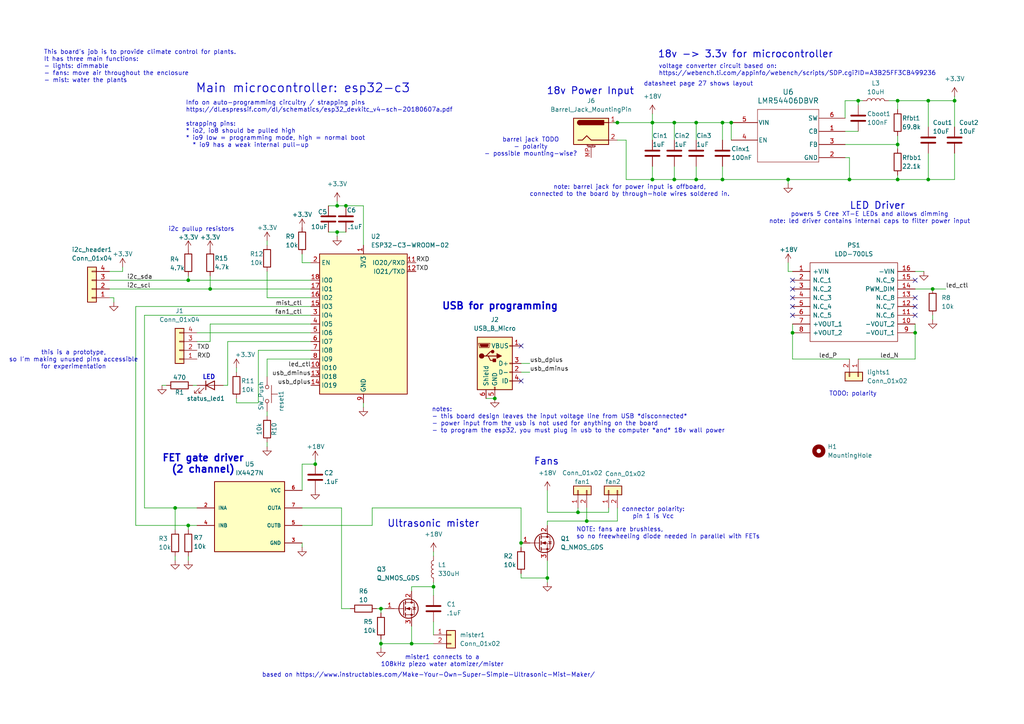
<source format=kicad_sch>
(kicad_sch (version 20250114) (generator "eeschema") (generator_version "9.0")
  (paper "A4")
  (title_block (title "Terrarium Control Board") (date "2024-07-18") (rev "v0.2"))
  (lib_symbols
    (symbol "+3.3V_2" (power) (pin_numbers (hide yes)) (pin_names (offset 0) (hide yes))
      (property "Value" "+3.3V" (at 0 3.556 0))
      (symbol "+3.3V_2_0_1"
        (polyline (pts (xy -0.762 1.27) (xy 0 2.54)))
        (polyline (pts (xy 0 2.54) (xy 0.762 1.27)))
        (polyline (pts (xy 0 0) (xy 0 2.54)))
      )
      (symbol "+3.3V_2_1_1"
        (pin power_in line (at 0 0 90) (length 0) (name "~") (number "1"))
      )
    )
    (symbol "Connector:Barrel_Jack_MountingPin" (pin_names (hide yes))
      (property "Reference" "J" (at 0 5.334 0))
      (property "Value" "Barrel_Jack_MountingPin" (at 1.27 -6.35 0))
      (symbol "Barrel_Jack_MountingPin_0_1"
        (rectangle (start -5.08 3.81) (end 5.08 -3.81) (stroke (width 0.254)) (fill (type background)))
        (polyline (pts (xy -3.81 -2.54) (xy -2.54 -2.54) (xy -1.27 -1.27) (xy 0 -2.54) (xy 2.54 -2.54) (xy 5.08 -2.54)) (stroke (width 0.254)))
        (arc (start -3.302 1.905) (mid -3.9343 2.54) (end -3.302 3.175) (stroke (width 0.254)))
        (arc (start -3.302 1.905) (mid -3.9343 2.54) (end -3.302 3.175) (stroke (width 0.254)) (fill (type outline)))
        (rectangle (start 3.683 3.175) (end -3.302 1.905) (stroke (width 0.254)) (fill (type outline)))
        (polyline (pts (xy 5.08 2.54) (xy 3.81 2.54)) (stroke (width 0.254)))
      )
      (symbol "Barrel_Jack_MountingPin_1_1"
        (polyline (pts (xy -1.016 -4.572) (xy 1.016 -4.572)) (stroke (width 0.1524)))
        (text "Mounting" (at 0 -4.191 0) (effects (font (size 0.381 0.381))))
        (pin passive line (at 0 -7.62 90) (length 3.048) (name "MountPin") (number "MP"))
        (pin passive line (at 7.62 2.54 180) (length 2.54) (name "~") (number "1"))
        (pin passive line (at 7.62 -2.54 180) (length 2.54) (name "~") (number "2"))
      )
    )
    (symbol "Connector:USB_B_Micro" (pin_names (offset 1.016))
      (property "Reference" "J" (at -5.08 11.43 0))
      (property "Value" "USB_B_Micro" (at -5.08 8.89 0))
      (symbol "USB_B_Micro_0_1"
        (rectangle (start -5.08 -7.62) (end 5.08 7.62) (stroke (width 0.254)) (fill (type background)))
        (polyline (pts (xy -4.699 5.842) (xy -4.699 5.588) (xy -4.445 4.826) (xy -4.445 4.572) (xy -1.651 4.572) (xy -1.651 4.826) (xy -1.397 5.588) (xy -1.397 5.842) (xy -4.699 5.842)))
        (polyline (pts (xy -4.318 5.588) (xy -1.778 5.588) (xy -2.032 4.826) (xy -4.064 4.826) (xy -4.318 5.588)) (fill (type outline)))
        (circle (center -3.81 2.159) (radius 0.635) (stroke (width 0.254)) (fill (type outline)))
        (polyline (pts (xy -3.175 2.159) (xy -2.54 2.159) (xy -1.27 3.429) (xy -0.635 3.429)) (stroke (width 0.254)))
        (polyline (pts (xy -2.54 2.159) (xy -1.905 2.159) (xy -1.27 0.889) (xy 0 0.889)) (stroke (width 0.254)))
        (polyline (pts (xy -1.905 2.159) (xy 0.635 2.159)) (stroke (width 0.254)))
        (circle (center -0.635 3.429) (radius 0.381) (stroke (width 0.254)) (fill (type outline)))
        (rectangle (start -0.127 -7.62) (end 0.127 -6.858))
        (rectangle (start 0.254 1.27) (end -0.508 0.508) (stroke (width 0.254)) (fill (type outline)))
        (polyline (pts (xy 0.635 2.794) (xy 0.635 1.524) (xy 1.905 2.159) (xy 0.635 2.794)) (stroke (width 0.254)) (fill (type outline)))
        (rectangle (start 5.08 4.953) (end 4.318 5.207))
        (rectangle (start 5.08 -0.127) (end 4.318 0.127))
        (rectangle (start 5.08 -2.667) (end 4.318 -2.413))
        (rectangle (start 5.08 -5.207) (end 4.318 -4.953))
      )
      (symbol "USB_B_Micro_1_1"
        (pin passive line (at -2.54 -10.16 90) (length 2.54) (name "Shield") (number "6"))
        (pin power_out line (at 0 -10.16 90) (length 2.54) (name "GND") (number "5"))
        (pin power_out line (at 7.62 5.08 180) (length 2.54) (name "VBUS") (number "1"))
        (pin bidirectional line (at 7.62 0 180) (length 2.54) (name "D+") (number "3"))
        (pin bidirectional line (at 7.62 -2.54 180) (length 2.54) (name "D-") (number "2"))
        (pin passive line (at 7.62 -5.08 180) (length 2.54) (name "ID") (number "4"))
      )
    )
    (symbol "Connector_Generic:Conn_01x02" (pin_names (offset 1.016) (hide yes))
      (property "Reference" "J" (at 0 2.54 0))
      (property "Value" "Conn_01x02" (at 0 -5.08 0))
      (symbol "Conn_01x02_1_1"
        (rectangle (start -1.27 1.27) (end 1.27 -3.81) (stroke (width 0.254)) (fill (type background)))
        (rectangle (start -1.27 0.127) (end 0 -0.127) (stroke (width 0.1524)))
        (rectangle (start -1.27 -2.413) (end 0 -2.667) (stroke (width 0.1524)))
        (pin passive line (at -5.08 0 0) (length 3.81) (name "Pin_1") (number "1"))
        (pin passive line (at -5.08 -2.54 0) (length 3.81) (name "Pin_2") (number "2"))
      )
    )
    (symbol "Connector_Generic:Conn_01x04" (pin_names (offset 1.016) (hide yes))
      (property "Reference" "J" (at 0 5.08 0))
      (property "Value" "Conn_01x04" (at 0 -7.62 0))
      (symbol "Conn_01x04_1_1"
        (rectangle (start -1.27 3.81) (end 1.27 -6.35) (stroke (width 0.254)) (fill (type background)))
        (rectangle (start -1.27 2.667) (end 0 2.413) (stroke (width 0.1524)))
        (rectangle (start -1.27 0.127) (end 0 -0.127) (stroke (width 0.1524)))
        (rectangle (start -1.27 -2.413) (end 0 -2.667) (stroke (width 0.1524)))
        (rectangle (start -1.27 -4.953) (end 0 -5.207) (stroke (width 0.1524)))
        (pin passive line (at -5.08 2.54 0) (length 3.81) (name "Pin_1") (number "1"))
        (pin passive line (at -5.08 0 0) (length 3.81) (name "Pin_2") (number "2"))
        (pin passive line (at -5.08 -2.54 0) (length 3.81) (name "Pin_3") (number "3"))
        (pin passive line (at -5.08 -5.08 0) (length 3.81) (name "Pin_4") (number "4"))
      )
    )
    (symbol "Device:C" (pin_numbers (hide yes)) (pin_names (offset 0.254))
      (property "Reference" "C" (at 0.635 2.54 0))
      (property "Value" "C" (at 0.635 -2.54 0))
      (symbol "C_0_1"
        (polyline (pts (xy -2.032 0.762) (xy 2.032 0.762)) (stroke (width 0.508)))
        (polyline (pts (xy -2.032 -0.762) (xy 2.032 -0.762)) (stroke (width 0.508)))
      )
      (symbol "C_1_1"
        (pin passive line (at 0 3.81 270) (length 2.794) (name "~") (number "1"))
        (pin passive line (at 0 -3.81 90) (length 2.794) (name "~") (number "2"))
      )
    )
    (symbol "Device:L" (pin_numbers (hide yes)) (pin_names (offset 1.016) (hide yes))
      (property "Reference" "L" (at -1.27 0 90))
      (property "Value" "L" (at 1.905 0 90))
      (symbol "L_0_1"
        (arc (start 0 2.54) (mid 0.6323 1.905) (end 0 1.27))
        (arc (start 0 1.27) (mid 0.6323 0.635) (end 0 0))
        (arc (start 0 0) (mid 0.6323 -0.635) (end 0 -1.27))
        (arc (start 0 -1.27) (mid 0.6323 -1.905) (end 0 -2.54))
      )
      (symbol "L_1_1"
        (pin passive line (at 0 3.81 270) (length 1.27) (name "1") (number "1"))
        (pin passive line (at 0 -3.81 90) (length 1.27) (name "2") (number "2"))
      )
    )
    (symbol "Device:LED" (pin_numbers (hide yes)) (pin_names (offset 1.016) (hide yes))
      (property "Reference" "D" (at 0 2.54 0))
      (property "Value" "LED" (at 0 -2.54 0))
      (symbol "LED_0_1"
        (polyline (pts (xy -3.048 -0.762) (xy -4.572 -2.286) (xy -3.81 -2.286) (xy -4.572 -2.286) (xy -4.572 -1.524)))
        (polyline (pts (xy -1.778 -0.762) (xy -3.302 -2.286) (xy -2.54 -2.286) (xy -3.302 -2.286) (xy -3.302 -1.524)))
        (polyline (pts (xy -1.27 0) (xy 1.27 0)))
        (polyline (pts (xy -1.27 -1.27) (xy -1.27 1.27)) (stroke (width 0.254)))
        (polyline (pts (xy 1.27 -1.27) (xy 1.27 1.27) (xy -1.27 0) (xy 1.27 -1.27)) (stroke (width 0.254)))
      )
      (symbol "LED_1_1"
        (pin passive line (at -3.81 0 0) (length 2.54) (name "K") (number "1"))
        (pin passive line (at 3.81 0 180) (length 2.54) (name "A") (number "2"))
      )
    )
    (symbol "Device:Q_NMOS_GDS" (pin_names (offset 0) (hide yes))
      (property "Reference" "Q" (at 5.08 1.27 0))
      (property "Value" "Q_NMOS_GDS" (at 5.08 -1.27 0))
      (symbol "Q_NMOS_GDS_0_1"
        (polyline (pts (xy 0.254 1.905) (xy 0.254 -1.905)) (stroke (width 0.254)))
        (polyline (pts (xy 0.254 0) (xy -2.54 0)))
        (polyline (pts (xy 0.762 2.286) (xy 0.762 1.27)) (stroke (width 0.254)))
        (polyline (pts (xy 0.762 0.508) (xy 0.762 -0.508)) (stroke (width 0.254)))
        (polyline (pts (xy 0.762 -1.27) (xy 0.762 -2.286)) (stroke (width 0.254)))
        (polyline (pts (xy 0.762 -1.778) (xy 3.302 -1.778) (xy 3.302 1.778) (xy 0.762 1.778)))
        (polyline (pts (xy 1.016 0) (xy 2.032 0.381) (xy 2.032 -0.381) (xy 1.016 0)) (fill (type outline)))
        (circle (center 1.651 0) (radius 2.794) (stroke (width 0.254)))
        (polyline (pts (xy 2.54 2.54) (xy 2.54 1.778)))
        (circle (center 2.54 1.778) (radius 0.254) (fill (type outline)))
        (circle (center 2.54 -1.778) (radius 0.254) (fill (type outline)))
        (polyline (pts (xy 2.54 -2.54) (xy 2.54 0) (xy 0.762 0)))
        (polyline (pts (xy 2.794 0.508) (xy 2.921 0.381) (xy 3.683 0.381) (xy 3.81 0.254)))
        (polyline (pts (xy 3.302 0.381) (xy 2.921 -0.254) (xy 3.683 -0.254) (xy 3.302 0.381)))
      )
      (symbol "Q_NMOS_GDS_1_1"
        (pin input line (at -5.08 0 0) (length 2.54) (name "G") (number "1"))
        (pin passive line (at 2.54 5.08 270) (length 2.54) (name "D") (number "2"))
        (pin passive line (at 2.54 -5.08 90) (length 2.54) (name "S") (number "3"))
      )
    )
    (symbol "Device:R" (pin_numbers (hide yes)) (pin_names (offset 0))
      (property "Reference" "R" (at 2.032 0 90))
      (property "Value" "R" (at 0 0 90))
      (symbol "R_0_1"
        (rectangle (start -1.016 -2.54) (end 1.016 2.54) (stroke (width 0.254)))
      )
      (symbol "R_1_1"
        (pin passive line (at 0 3.81 270) (length 1.27) (name "~") (number "1"))
        (pin passive line (at 0 -3.81 90) (length 1.27) (name "~") (number "2"))
      )
    )
    (symbol "GND_1" (power) (pin_numbers (hide yes)) (pin_names (offset 0) (hide yes))
      (property "Value" "GND" (at 0 -3.81 0))
      (symbol "GND_1_0_1"
        (polyline (pts (xy 0 0) (xy 0 -1.27) (xy 1.27 -1.27) (xy 0 -2.54) (xy -1.27 -1.27) (xy 0 -1.27)))
      )
      (symbol "GND_1_1_1"
        (pin power_in line (at 0 0 270) (length 0) (name "~") (number "1"))
      )
    )
    (symbol "GND_2" (power) (pin_numbers (hide yes)) (pin_names (offset 0) (hide yes))
      (property "Value" "GND" (at 0 -3.81 0))
      (symbol "GND_2_0_1"
        (polyline (pts (xy 0 0) (xy 0 -1.27) (xy 1.27 -1.27) (xy 0 -2.54) (xy -1.27 -1.27) (xy 0 -1.27)))
      )
      (symbol "GND_2_1_1"
        (pin power_in line (at 0 0 270) (length 0) (name "~") (number "1"))
      )
    )
    (symbol "GND_3" (power) (pin_numbers (hide yes)) (pin_names (offset 0) (hide yes))
      (property "Value" "GND" (at 0 -3.81 0))
      (symbol "GND_3_0_1"
        (polyline (pts (xy 0 0) (xy 0 -1.27) (xy 1.27 -1.27) (xy 0 -2.54) (xy -1.27 -1.27) (xy 0 -1.27)))
      )
      (symbol "GND_3_1_1"
        (pin power_in line (at 0 0 270) (length 0) (name "~") (number "1"))
      )
    )
    (symbol "GND_5" (power) (pin_numbers (hide yes)) (pin_names (offset 0) (hide yes))
      (property "Value" "GND" (at 0 -3.81 0))
      (symbol "GND_5_0_1"
        (polyline (pts (xy 0 0) (xy 0 -1.27) (xy 1.27 -1.27) (xy 0 -2.54) (xy -1.27 -1.27) (xy 0 -1.27)))
      )
      (symbol "GND_5_1_1"
        (pin power_in line (at 0 0 270) (length 0) (name "~") (number "1"))
      )
    )
    (symbol "GND_6" (power) (pin_numbers (hide yes)) (pin_names (offset 0) (hide yes))
      (property "Value" "GND" (at 0 -3.81 0))
      (symbol "GND_6_0_1"
        (polyline (pts (xy 0 0) (xy 0 -1.27) (xy 1.27 -1.27) (xy 0 -2.54) (xy -1.27 -1.27) (xy 0 -1.27)))
      )
      (symbol "GND_6_1_1"
        (pin power_in line (at 0 0 270) (length 0) (name "~") (number "1"))
      )
    )
    (symbol "IX4427N:IX4427N" (pin_names (offset 1.016))
      (property "Reference" "U" (at -10.168 10.8035 0))
      (property "Value" "IX4427N" (at -10.1659 -12.7074 0))
      (symbol "IX4427N_0_0"
        (rectangle (start -10.16 -10.16) (end 10.16 10.16) (stroke (width 0.254)) (fill (type background)))
        (pin input line (at -15.24 2.54 0) (length 5.08) (name "INA") (number "2"))
        (pin input line (at -15.24 -2.54 0) (length 5.08) (name "INB") (number "4"))
        (pin power_in line (at 15.24 7.62 180) (length 5.08) (name "VCC") (number "6"))
        (pin output line (at 15.24 2.54 180) (length 5.08) (name "OUTA") (number "7"))
        (pin output line (at 15.24 -2.54 180) (length 5.08) (name "OUTB") (number "5"))
        (pin power_in line (at 15.24 -7.62 180) (length 5.08) (name "GND") (number "3"))
      )
    )
    (symbol "LDD-700LS:LDD-700LS" (pin_names (offset 0.762))
      (property "Reference" "PS" (at 31.75 7.62 0))
      (property "Value" "LDD-700LS" (at 31.75 5.08 0))
      (symbol "LDD-700LS_0_0"
        (pin unspecified line (at 0 0 0) (length 5.08) (name "+VIN") (number "1"))
        (pin unspecified line (at 0 -2.54 0) (length 5.08) (name "N.C_1") (number "2"))
        (pin unspecified line (at 0 -5.08 0) (length 5.08) (name "N.C_2") (number "3"))
        (pin unspecified line (at 0 -7.62 0) (length 5.08) (name "N.C_3") (number "4"))
        (pin unspecified line (at 0 -10.16 0) (length 5.08) (name "N.C_4") (number "5"))
        (pin unspecified line (at 0 -12.7 0) (length 5.08) (name "N.C_5") (number "6"))
        (pin unspecified line (at 0 -15.24 0) (length 5.08) (name "+VOUT_1") (number "7"))
        (pin unspecified line (at 0 -17.78 0) (length 5.08) (name "+VOUT_2") (number "8"))
        (pin unspecified line (at 35.56 0 180) (length 5.08) (name "-VIN") (number "16"))
        (pin unspecified line (at 35.56 -2.54 180) (length 5.08) (name "N.C_9") (number "15"))
        (pin unspecified line (at 35.56 -5.08 180) (length 5.08) (name "PWM_DIM") (number "14"))
        (pin unspecified line (at 35.56 -7.62 180) (length 5.08) (name "N.C_8") (number "13"))
        (pin unspecified line (at 35.56 -10.16 180) (length 5.08) (name "N.C_7") (number "12"))
        (pin unspecified line (at 35.56 -12.7 180) (length 5.08) (name "N.C_6") (number "11"))
        (pin unspecified line (at 35.56 -15.24 180) (length 5.08) (name "-VOUT_2") (number "10"))
        (pin unspecified line (at 35.56 -17.78 180) (length 5.08) (name "-VOUT_1") (number "9"))
      )
      (symbol "LDD-700LS_0_1"
        (polyline (pts (xy 5.08 2.54) (xy 30.48 2.54) (xy 30.48 -20.32) (xy 5.08 -20.32) (xy 5.08 2.54)) (stroke (width 0.1524)))
      )
    )
    (symbol "LMR54406DBVR:LMR54406DBVR" (pin_names (offset 0.254))
      (property "Reference" "U" (at 16.51 8.89 0))
      (property "Value" "LMR54406DBVR" (at 16.51 6.35 0))
      (symbol "LMR54406DBVR_0_1"
        (polyline (pts (xy 7.62 5.08) (xy 7.62 -10.16)) (stroke (width 0.127)))
        (polyline (pts (xy 7.62 -10.16) (xy 25.4 -10.16)) (stroke (width 0.127)))
        (polyline (pts (xy 25.4 5.08) (xy 7.62 5.08)) (stroke (width 0.127)))
        (polyline (pts (xy 25.4 -10.16) (xy 25.4 5.08)) (stroke (width 0.127)))
        (pin power_in line (at 0 1.27 0) (length 7.62) (name "VIN") (number "5"))
        (pin unspecified line (at 0 -3.81 0) (length 7.62) (name "EN") (number "4"))
        (pin power_in line (at 33.02 2.54 180) (length 7.62) (name "SW") (number "6"))
        (pin power_in line (at 33.02 -1.27 180) (length 7.62) (name "CB") (number "1"))
        (pin unspecified line (at 33.02 -5.08 180) (length 7.62) (name "FB") (number "3"))
        (pin power_out line (at 33.02 -8.89 180) (length 7.62) (name "GND") (number "2"))
      )
    )
    (symbol "Mechanical:MountingHole" (pin_names (offset 1.016)) (exclude_from_sim yes) (in_bom no)
      (property "Reference" "H" (at 0 5.08 0))
      (property "Value" "MountingHole" (at 0 3.175 0))
      (symbol "MountingHole_0_1"
        (circle (center 0 0) (radius 1.27) (stroke (width 1.27)))
      )
    )
    (symbol "RF_Module:ESP32-C3-WROOM-02"
      (property "Reference" "U" (at -12.192 21.336 0))
      (property "Value" "ESP32-C3-WROOM-02" (at 12.192 21.336 0))
      (symbol "ESP32-C3-WROOM-02_1_1"
        (rectangle (start -12.7 20.32) (end 12.7 -20.32) (stroke (width 0.254)) (fill (type background)))
        (pin input line (at -15.24 17.78 0) (length 2.54) (name "EN") (number "2"))
        (pin bidirectional line (at -15.24 12.7 0) (length 2.54) (name "IO0") (number "18"))
        (pin bidirectional line (at -15.24 10.16 0) (length 2.54) (name "IO1") (number "17"))
        (pin bidirectional line (at -15.24 7.62 0) (length 2.54) (name "IO2") (number "16"))
        (pin bidirectional line (at -15.24 5.08 0) (length 2.54) (name "IO3") (number "15"))
        (pin bidirectional line (at -15.24 2.54 0) (length 2.54) (name "IO4") (number "3"))
        (pin bidirectional line (at -15.24 0 0) (length 2.54) (name "IO5") (number "4"))
        (pin bidirectional line (at -15.24 -2.54 0) (length 2.54) (name "IO6") (number "5"))
        (pin bidirectional line (at -15.24 -5.08 0) (length 2.54) (name "IO7") (number "6"))
        (pin bidirectional line (at -15.24 -7.62 0) (length 2.54) (name "IO8") (number "7"))
        (pin bidirectional line (at -15.24 -10.16 0) (length 2.54) (name "IO9") (number "8"))
        (pin bidirectional line (at -15.24 -12.7 0) (length 2.54) (name "IO10") (number "10"))
        (pin bidirectional line (at -15.24 -15.24 0) (length 2.54) (name "IO18") (number "13"))
        (pin bidirectional line (at -15.24 -17.78 0) (length 2.54) (name "IO19") (number "14"))
        (pin power_in line (at 0 22.86 270) (length 2.54) (name "3V3") (number "1"))
        (pin passive line (at 0 -22.86 90) (length 2.54) (hide yes) (name "GND") (number "19"))
        (pin power_in line (at 0 -22.86 90) (length 2.54) (name "GND") (number "9"))
        (pin bidirectional line (at 15.24 17.78 180) (length 2.54) (name "IO20/RXD") (number "11"))
        (pin bidirectional line (at 15.24 15.24 180) (length 2.54) (name "IO21/TXD") (number "12"))
      )
    )
    (symbol "Switch:SW_Push" (pin_numbers (hide yes)) (pin_names (offset 1.016) (hide yes))
      (property "Reference" "SW" (at 1.27 2.54 0))
      (property "Value" "SW_Push" (at 0 -1.524 0))
      (symbol "SW_Push_0_1"
        (circle (center -2.032 0) (radius 0.508))
        (polyline (pts (xy 0 1.27) (xy 0 3.048)))
        (circle (center 2.032 0) (radius 0.508))
        (polyline (pts (xy 2.54 1.27) (xy -2.54 1.27)))
        (pin passive line (at -5.08 0 0) (length 2.54) (name "1") (number "1"))
        (pin passive line (at 5.08 0 180) (length 2.54) (name "2") (number "2"))
      )
    )
    (symbol "power:+3.3V" (power) (pin_names (offset 0))
      (property "Value" "+3.3V" (at 0 3.556 0))
      (symbol "+3.3V_0_1"
        (polyline (pts (xy -0.762 1.27) (xy 0 2.54)))
        (polyline (pts (xy 0 2.54) (xy 0.762 1.27)))
        (polyline (pts (xy 0 0) (xy 0 2.54)))
      )
      (symbol "+3.3V_1_1"
        (pin power_in line (at 0 0 90) (length 0) (hide yes) (name "+3.3V") (number "1"))
      )
    )
    (symbol "power:GND" (power) (pin_names (offset 0))
      (property "Value" "GND" (at 0 -3.81 0))
      (symbol "GND_0_1"
        (polyline (pts (xy 0 0) (xy 0 -1.27) (xy 1.27 -1.27) (xy 0 -2.54) (xy -1.27 -1.27) (xy 0 -1.27)))
      )
      (symbol "GND_1_1"
        (pin power_in line (at 0 0 270) (length 0) (hide yes) (name "GND") (number "1"))
      )
    )
    (symbol "power_v18:+18v" (power) (pin_names (offset 0))
      (property "Value" "+18v" (at 0 3.556 0))
      (symbol "+18v_0_1"
        (polyline (pts (xy -0.762 1.27) (xy 0 2.54)))
        (polyline (pts (xy 0 2.54) (xy 0.762 1.27)))
        (polyline (pts (xy 0 0) (xy 0 2.54)))
      )
      (symbol "+18v_1_1"
        (pin power_in line (at 0 0 90) (length 0) (hide yes) (name "+18V") (number "1"))
      )
    )
  )
  (text "barrel jack TODO\n- polarity\n- possible mounting-wise?" (at 153.924 42.672 0) (effects (font (size 1.27 1.27))))
  (text "NOTE: fans are brushless,\nso no freewheeling diode needed in parallel with FETs" (at 167.132 156.464 0) (effects (font (size 1.27 1.27)) (justify left bottom)))
  (text "Ultrasonic mister" (at 112.268 153.162 0) (effects (font (size 2.032 2.032) (thickness 0.254) (bold yes)) (justify left bottom)))
  (text "i2c pullup resistors" (at 58.42 66.548 0) (effects (font (size 1.27 1.27))))
  (text "Fans\n" (at 158.496 135.128 0) (effects (font (size 2.032 2.032) (thickness 0.254) (bold yes)) (justify bottom)))
  (text "based on https://www.instructables.com/Make-Your-Own-Super-Simple-Ultrasonic-Mist-Maker/" (at 75.946 196.596 0) (effects (font (size 1.27 1.27)) (justify left bottom)))
  (text "This board's job is to provide climate control for plants.\nIt has three main functions:\n- lights: dimmable\n- fans: move air throughout the enclosure\n- mist: water the plants" (at 12.7 19.304 0) (effects (font (size 1.27 1.27)) (justify left)))
  (text "this is a prototype,\nso I'm making unused pins accessible\nfor experimentation" (at 21.336 104.394 0) (effects (font (size 1.27 1.27))))
  (text "FET gate driver\n(2 channel)" (at 58.928 134.62 0) (effects (font (size 2.032 2.032) (thickness 0.4064) (bold yes))))
  (text "note: barrel jack for power input is offboard,\nconnected to the board by through-hole wires soldered in." (at 182.626 55.372 0) (effects (font (size 1.27 1.27))))
  (text "USB for programming" (at 145.034 88.9 0) (effects (font (size 2.032 2.032) (thickness 0.4064) (bold yes))))
  (text "LED" (at 62.484 110.236 0) (effects (font (size 1.27 1.27) (thickness 0.254) (bold yes)) (justify right bottom)))
  (text "powers 5 Cree XT-E LEDs and allows dimming\nnote: led driver contains internal caps to filter power input" (at 252.222 65.024 0) (effects (font (size 1.27 1.27)) (justify bottom)))
  (text "18v Power Input" (at 158.496 27.686 0) (effects (font (size 2.032 2.032) (thickness 0.254) (bold yes)) (justify left bottom)))
  (text "notes:\n- this board design leaves the input voltage line from USB *disconnected*\n- power input from the usb is not used for anything on the board\n- to program the esp32, you must plug in usb to the computer *and* 18v wall power" (at 125.222 121.92 0) (effects (font (size 1.27 1.27)) (justify left)))
  (text "voltage converter circuit based on:\nhttps://webench.ti.com/appinfo/webench/scripts/SDP.cgi?ID=A3B25FF3CB499236" (at 191.008 22.098 0) (effects (font (size 1.27 1.27)) (justify left bottom)))
  (text "TODO: polarity" (at 247.396 114.3 0) (effects (font (size 1.27 1.27))))
  (text "18v -> 3.3v for microcontroller" (at 190.754 17.018 0) (effects (font (size 2.032 2.032) (thickness 0.254) (bold yes)) (justify left bottom)))
  (text "datasheet page 27 shows layout" (at 186.69 25.146 0) (effects (font (size 1.27 1.27)) (justify left bottom)))
  (text "mister1 connects to a\n108kHz piezo water atomizer/mister" (at 128.27 191.77 0) (effects (font (size 1.27 1.27))))
  (text "Info on auto-programming circuitry / strapping pins\nhttps://dl.espressif.com/dl/schematics/esp32_devkitc_v4-sch-20180607a.pdf\n\nstrapping pins:\n* io2, io8 should be pulled high\n* io9 low = programming mode, high = normal boot\n  * io9 has a weak internal pull-up" (at 53.848 42.926 0) (effects (font (size 1.27 1.27)) (justify left bottom)))
  (text "Main microcontroller: esp32-c3" (at 87.884 27.178 0) (effects (font (size 2.54 2.54) (thickness 0.254) (bold yes)) (justify bottom)))
  (text "connector polarity:\npin 1 is Vcc" (at 189.484 148.844 0) (effects (font (size 1.27 1.27))))
  (text "LED Driver" (at 246.38 60.96 0) (effects (font (size 2.032 2.032) (thickness 0.254) (bold yes)) (justify left bottom)))
  (junction (at 167.64 148.59))
  (junction (at 110.49 186.69))
  (junction (at 195.58 52.07))
  (junction (at 179.07 35.56))
  (junction (at 189.23 52.07))
  (junction (at 260.35 52.07))
  (junction (at 119.38 186.69))
  (junction (at 97.79 67.31))
  (junction (at 212.09 35.56))
  (junction (at 229.87 96.52))
  (junction (at 209.55 35.56))
  (junction (at 170.18 151.13))
  (junction (at 228.6 52.07))
  (junction (at 54.61 152.4))
  (junction (at 158.75 167.64))
  (junction (at 54.61 81.28))
  (junction (at 269.24 29.21))
  (junction (at 269.24 52.07))
  (junction (at 195.58 35.56))
  (junction (at 209.55 52.07))
  (junction (at 201.93 35.56))
  (junction (at 97.79 59.69))
  (junction (at 143.51 115.57))
  (junction (at 60.96 83.82))
  (junction (at 201.93 52.07))
  (junction (at 276.86 29.21))
  (junction (at 125.73 170.18))
  (junction (at 91.44 134.62))
  (junction (at 151.13 157.48))
  (junction (at 50.8 147.32))
  (junction (at 265.43 96.52))
  (junction (at 100.33 59.69))
  (junction (at 270.51 83.82))
  (junction (at 246.38 52.07))
  (junction (at 260.35 41.91))
  (junction (at 248.92 29.21))
  (junction (at 189.23 35.56))
  (junction (at 260.35 29.21))
  (junction (at 110.49 176.53))
  (no_connect (at 229.87 86.36))
  (no_connect (at 265.43 88.9))
  (no_connect (at 229.87 88.9))
  (no_connect (at 229.87 83.82))
  (no_connect (at 229.87 81.28))
  (no_connect (at 265.43 86.36))
  (no_connect (at 265.43 81.28))
  (no_connect (at 265.43 91.44))
  (no_connect (at 229.87 91.44))
  (no_connect (at 151.13 110.49))
  (no_connect (at 151.13 100.33))
  (wire (pts (xy 245.11 45.72) (xy 246.38 45.72)))
  (wire (pts (xy 105.41 59.69) (xy 100.33 59.69)))
  (wire (pts (xy 99.06 147.32) (xy 99.06 176.53)))
  (wire (pts (xy 246.38 52.07) (xy 260.35 52.07)))
  (wire (pts (xy 181.61 40.64) (xy 181.61 52.07)))
  (wire (pts (xy 195.58 52.07) (xy 201.93 52.07)))
  (wire (pts (xy 248.92 104.14) (xy 265.43 104.14)))
  (wire (pts (xy 229.87 96.52) (xy 229.87 104.14)))
  (wire (pts (xy 95.25 59.69) (xy 97.79 59.69)))
  (wire (pts (xy 87.63 152.4) (xy 107.95 152.4)))
  (wire (pts (xy 77.47 86.36) (xy 77.47 78.74)))
  (wire (pts (xy 179.07 35.56) (xy 189.23 35.56)))
  (wire (pts (xy 125.73 160.02) (xy 125.73 161.29)))
  (wire (pts (xy 97.79 67.31) (xy 97.79 68.58)))
  (wire (pts (xy 209.55 52.07) (xy 209.55 48.26)))
  (wire (pts (xy 33.02 86.36) (xy 31.75 86.36)))
  (wire (pts (xy 109.22 176.53) (xy 110.49 176.53)))
  (wire (pts (xy 54.61 161.29) (xy 54.61 162.56)))
  (wire (pts (xy 269.24 29.21) (xy 276.86 29.21)))
  (wire (pts (xy 265.43 78.74) (xy 267.97 78.74)))
  (wire (pts (xy 91.44 133.35) (xy 91.44 134.62)))
  (wire (pts (xy 90.17 101.6) (xy 74.93 101.6)))
  (wire (pts (xy 77.47 104.14) (xy 90.17 104.14)))
  (wire (pts (xy 167.64 147.32) (xy 167.64 148.59)))
  (wire (pts (xy 209.55 35.56) (xy 212.09 35.56)))
  (wire (pts (xy 35.56 78.74) (xy 35.56 77.47)))
  (wire (pts (xy 54.61 152.4) (xy 54.61 153.67)))
  (wire (pts (xy 229.87 104.14) (xy 246.38 104.14)))
  (wire (pts (xy 48.26 111.76) (xy 46.99 111.76)))
  (wire (pts (xy 179.07 35.56) (xy 177.8 35.56)))
  (wire (pts (xy 77.47 69.85) (xy 77.47 71.12)))
  (wire (pts (xy 189.23 33.02) (xy 189.23 35.56)))
  (wire (pts (xy 119.38 170.18) (xy 119.38 171.45)))
  (wire (pts (xy 228.6 76.2) (xy 228.6 78.74)))
  (wire (pts (xy 167.64 148.59) (xy 158.75 148.59)))
  (wire (pts (xy 68.58 116.84) (xy 68.58 115.57)))
  (wire (pts (xy 105.41 116.84) (xy 105.41 118.11)))
  (wire (pts (xy 181.61 52.07) (xy 189.23 52.07)))
  (wire (pts (xy 60.96 80.01) (xy 60.96 83.82)))
  (wire (pts (xy 265.43 93.98) (xy 265.43 96.52)))
  (wire (pts (xy 119.38 181.61) (xy 119.38 186.69)))
  (wire (pts (xy 90.17 93.98) (xy 60.96 93.98)))
  (wire (pts (xy 248.92 29.21) (xy 250.19 29.21)))
  (wire (pts (xy 87.63 147.32) (xy 99.06 147.32)))
  (wire (pts (xy 50.8 147.32) (xy 50.8 153.67)))
  (wire (pts (xy 31.75 81.28) (xy 54.61 81.28)))
  (wire (pts (xy 260.35 31.75) (xy 260.35 29.21)))
  (wire (pts (xy 125.73 180.34) (xy 125.73 184.15)))
  (wire (pts (xy 158.75 162.56) (xy 158.75 167.64)))
  (wire (pts (xy 246.38 45.72) (xy 246.38 52.07)))
  (wire (pts (xy 95.25 67.31) (xy 97.79 67.31)))
  (wire (pts (xy 270.51 91.44) (xy 270.51 92.71)))
  (wire (pts (xy 195.58 48.26) (xy 195.58 52.07)))
  (wire (pts (xy 276.86 36.83) (xy 276.86 29.21)))
  (wire (pts (xy 99.06 176.53) (xy 101.6 176.53)))
  (wire (pts (xy 77.47 120.65) (xy 77.47 119.38)))
  (wire (pts (xy 57.15 96.52) (xy 90.17 96.52)))
  (wire (pts (xy 74.93 116.84) (xy 68.58 116.84)))
  (wire (pts (xy 158.75 142.24) (xy 158.75 148.59)))
  (wire (pts (xy 151.13 157.48) (xy 151.13 147.32)))
  (wire (pts (xy 97.79 67.31) (xy 100.33 67.31)))
  (wire (pts (xy 140.97 115.57) (xy 143.51 115.57)))
  (wire (pts (xy 270.51 83.82) (xy 274.32 83.82)))
  (wire (pts (xy 39.37 152.4) (xy 54.61 152.4)))
  (wire (pts (xy 265.43 104.14) (xy 265.43 96.52)))
  (wire (pts (xy 87.63 134.62) (xy 91.44 134.62)))
  (wire (pts (xy 189.23 52.07) (xy 189.23 48.26)))
  (wire (pts (xy 110.49 185.42) (xy 110.49 186.69)))
  (wire (pts (xy 68.58 106.68) (xy 68.58 107.95)))
  (wire (pts (xy 179.07 40.64) (xy 181.61 40.64)))
  (wire (pts (xy 55.88 111.76) (xy 57.15 111.76)))
  (wire (pts (xy 195.58 35.56) (xy 201.93 35.56)))
  (wire (pts (xy 276.86 52.07) (xy 276.86 44.45)))
  (wire (pts (xy 269.24 52.07) (xy 269.24 44.45)))
  (wire (pts (xy 107.95 147.32) (xy 151.13 147.32)))
  (wire (pts (xy 87.63 73.66) (xy 87.63 76.2)))
  (wire (pts (xy 74.93 101.6) (xy 74.93 116.84)))
  (wire (pts (xy 151.13 167.64) (xy 158.75 167.64)))
  (wire (pts (xy 260.35 29.21) (xy 269.24 29.21)))
  (wire (pts (xy 201.93 52.07) (xy 209.55 52.07)))
  (wire (pts (xy 105.41 71.12) (xy 105.41 59.69)))
  (wire (pts (xy 176.53 148.59) (xy 167.64 148.59)))
  (wire (pts (xy 212.09 40.64) (xy 212.09 35.56)))
  (wire (pts (xy 176.53 147.32) (xy 176.53 148.59)))
  (wire (pts (xy 179.07 147.32) (xy 179.07 151.13)))
  (wire (pts (xy 269.24 52.07) (xy 276.86 52.07)))
  (wire (pts (xy 245.11 29.21) (xy 248.92 29.21)))
  (wire (pts (xy 77.47 128.27) (xy 77.47 129.54)))
  (wire (pts (xy 31.75 78.74) (xy 35.56 78.74)))
  (wire (pts (xy 50.8 147.32) (xy 57.15 147.32)))
  (wire (pts (xy 87.63 76.2) (xy 90.17 76.2)))
  (wire (pts (xy 50.8 161.29) (xy 50.8 162.56)))
  (wire (pts (xy 170.18 147.32) (xy 170.18 151.13)))
  (wire (pts (xy 201.93 35.56) (xy 209.55 35.56)))
  (wire (pts (xy 125.73 170.18) (xy 125.73 172.72)))
  (wire (pts (xy 119.38 186.69) (xy 125.73 186.69)))
  (wire (pts (xy 228.6 52.07) (xy 209.55 52.07)))
  (wire (pts (xy 97.79 59.69) (xy 100.33 59.69)))
  (wire (pts (xy 151.13 107.95) (xy 153.67 107.95)))
  (wire (pts (xy 201.93 35.56) (xy 201.93 40.64)))
  (wire (pts (xy 201.93 52.07) (xy 201.93 48.26)))
  (wire (pts (xy 60.96 99.06) (xy 60.96 93.98)))
  (wire (pts (xy 87.63 134.62) (xy 87.63 142.24)))
  (wire (pts (xy 41.91 147.32) (xy 50.8 147.32)))
  (wire (pts (xy 110.49 186.69) (xy 119.38 186.69)))
  (wire (pts (xy 66.04 111.76) (xy 66.04 99.06)))
  (wire (pts (xy 77.47 109.22) (xy 77.47 104.14)))
  (wire (pts (xy 54.61 80.01) (xy 54.61 81.28)))
  (wire (pts (xy 260.35 52.07) (xy 269.24 52.07)))
  (wire (pts (xy 39.37 88.9) (xy 90.17 88.9)))
  (wire (pts (xy 97.79 59.69) (xy 97.79 58.42)))
  (wire (pts (xy 269.24 29.21) (xy 269.24 36.83)))
  (wire (pts (xy 41.91 91.44) (xy 90.17 91.44)))
  (wire (pts (xy 229.87 93.98) (xy 229.87 96.52)))
  (wire (pts (xy 31.75 83.82) (xy 60.96 83.82)))
  (wire (pts (xy 77.47 86.36) (xy 90.17 86.36)))
  (wire (pts (xy 107.95 152.4) (xy 107.95 147.32)))
  (wire (pts (xy 158.75 168.91) (xy 158.75 167.64)))
  (wire (pts (xy 189.23 52.07) (xy 195.58 52.07)))
  (wire (pts (xy 265.43 83.82) (xy 270.51 83.82)))
  (wire (pts (xy 245.11 41.91) (xy 260.35 41.91)))
  (wire (pts (xy 57.15 99.06) (xy 60.96 99.06)))
  (wire (pts (xy 60.96 83.82) (xy 90.17 83.82)))
  (wire (pts (xy 228.6 78.74) (xy 229.87 78.74)))
  (wire (pts (xy 125.73 170.18) (xy 125.73 168.91)))
  (wire (pts (xy 151.13 158.75) (xy 151.13 157.48)))
  (wire (pts (xy 209.55 35.56) (xy 209.55 40.64)))
  (wire (pts (xy 189.23 40.64) (xy 189.23 35.56)))
  (wire (pts (xy 228.6 52.07) (xy 228.6 53.34)))
  (wire (pts (xy 54.61 81.28) (xy 90.17 81.28)))
  (wire (pts (xy 66.04 99.06) (xy 90.17 99.06)))
  (wire (pts (xy 195.58 35.56) (xy 195.58 40.64)))
  (wire (pts (xy 260.35 41.91) (xy 260.35 43.18)))
  (wire (pts (xy 151.13 167.64) (xy 151.13 166.37)))
  (wire (pts (xy 248.92 29.21) (xy 248.92 30.48)))
  (wire (pts (xy 245.11 38.1) (xy 248.92 38.1)))
  (wire (pts (xy 39.37 88.9) (xy 39.37 152.4)))
  (wire (pts (xy 41.91 91.44) (xy 41.91 147.32)))
  (wire (pts (xy 260.35 50.8) (xy 260.35 52.07)))
  (wire (pts (xy 170.18 151.13) (xy 179.07 151.13)))
  (wire (pts (xy 228.6 52.07) (xy 246.38 52.07)))
  (wire (pts (xy 260.35 39.37) (xy 260.35 41.91)))
  (wire (pts (xy 189.23 35.56) (xy 195.58 35.56)))
  (wire (pts (xy 110.49 177.8) (xy 110.49 176.53)))
  (wire (pts (xy 87.63 157.48) (xy 87.63 158.75)))
  (wire (pts (xy 276.86 27.94) (xy 276.86 29.21)))
  (wire (pts (xy 119.38 170.18) (xy 125.73 170.18)))
  (wire (pts (xy 245.11 34.29) (xy 245.11 29.21)))
  (wire (pts (xy 54.61 152.4) (xy 57.15 152.4)))
  (wire (pts (xy 151.13 105.41) (xy 153.67 105.41)))
  (wire (pts (xy 257.81 29.21) (xy 260.35 29.21)))
  (wire (pts (xy 158.75 151.13) (xy 170.18 151.13)))
  (wire (pts (xy 33.02 86.36) (xy 33.02 87.63)))
  (wire (pts (xy 110.49 187.96) (xy 110.49 186.69)))
  (wire (pts (xy 111.76 176.53) (xy 110.49 176.53)))
  (wire (pts (xy 66.04 111.76) (xy 64.77 111.76)))
  (wire (pts (xy 158.75 151.13) (xy 158.75 152.4)))
  (label "RXD" (at 57.15 104.14 0))
  (label "i2c_sda" (at 36.83 81.28 0))
  (label "i2c_scl" (at 36.83 83.82 0))
  (label "RXD" (at 120.65 76.2 0))
  (label "led_ctl" (at 274.32 83.82 0))
  (label "fan1_ctl" (at 87.63 91.44 180))
  (label "usb_dplus" (at 90.17 111.76 180))
  (label "led_N" (at 255.27 104.14 0))
  (label "usb_dminus" (at 153.67 107.95 0))
  (label "usb_dminus" (at 90.17 109.22 180))
  (label "TXD" (at 57.15 101.6 0))
  (label "TXD" (at 120.65 78.74 0))
  (label "led_P" (at 237.49 104.14 0))
  (label "usb_dplus" (at 153.67 105.41 0))
  (label "led_ctl" (at 90.17 106.68 180))
  (label "mist_ctl" (at 87.63 88.9 180))
  (symbol (lib_id "Device:L") (at 254 29.21 90) (unit 1)
    (property "Reference" "L3" (at 254 24.13 90))
    (property "Value" "10uH" (at 254 26.67 90))
    (property "Footprint" "Inductor_SMD:L_Vishay_IHLP-2020" (effects (hide yes)))
    (property "digikey#" "SRN6045-100MCT-ND" (effects (hide yes)))
    (property "LCSC Part #" "C844983" (effects (hide yes)))
  )
  (symbol (lib_id "Device:C") (at 209.55 44.45 0) (unit 1)
    (property "Reference" "Cinx1" (at 212.09 43.18 0) (effects (justify left)))
    (property "Value" "100nF" (at 212.09 45.72 0) (effects (justify left)))
    (property "Footprint" "Resistor_SMD:R_0603_1608Metric" (effects (hide yes)))
    (property "LCSC Part #" "C14663" (effects (hide yes)))
  )
  (symbol (lib_name "GND_5") (lib_id "power:GND") (at 97.79 68.58 0) (unit 1)
    (property "Reference" "#PWR025" (effects (hide yes)))
    (property "Value" "GND" (effects (hide yes)))
    (property "Description" "Power symbol creates a global label with name \"GND\" , ground" (effects (hide yes)))
  )
  (symbol (lib_id "Device:C") (at 195.58 44.45 0) (unit 1)
    (property "Reference" "Cin2" (at 195.58 39.37 0) (effects (justify left)))
    (property "Value" "1uF" (at 195.58 41.91 0) (effects (justify left)))
    (property "Footprint" "Resistor_SMD:R_0603_1608Metric" (effects (hide yes)))
    (property "LCSC Part #" "C15849" (effects (hide yes)))
  )
  (symbol (lib_id "Device:C") (at 95.25 63.5 0) (unit 1)
    (property "Reference" "C5" (at 92.202 61.468 0) (effects (justify left)))
    (property "Value" "10uF" (at 90.17 65.786 0) (effects (justify left)))
    (property "Footprint" "Capacitor_SMD:C_0805_2012Metric" (effects (hide yes)))
    (property "Description" "Unpolarized capacitor" (effects (hide yes)))
    (property "LCSC Part #" "C15850" (effects (hide yes)))
  )
  (symbol (lib_id "Device:C") (at 248.92 34.29 0) (unit 1)
    (property "Reference" "Cboot1" (at 251.46 33.02 0) (effects (justify left)))
    (property "Value" "100nF" (at 251.46 35.56 0) (effects (justify left)))
    (property "Footprint" "Capacitor_SMD:C_0402_1005Metric" (effects (hide yes)))
    (property "LCSC Part #" "C1525" (effects (hide yes)))
  )
  (symbol (lib_id "Device:R") (at 54.61 76.2 0) (unit 1)
    (property "Reference" "R4" (at 49.276 75.184 0) (effects (justify left)))
    (property "Value" "4.7k" (at 49.276 77.724 0) (effects (justify left)))
    (property "Footprint" "Resistor_SMD:R_0603_1608Metric_Pad0.98x0.95mm_HandSolder" (effects (hide yes)))
    (property "LCSC Part #" "C23162" (effects (hide yes)))
  )
  (symbol (lib_id "power:+3.3V") (at 97.79 58.42 0) (unit 1)
    (property "Reference" "#PWR015" (effects (hide yes)))
    (property "Value" "+3.3V" (at 97.79 53.34 0))
  )
  (symbol (lib_id "power:GND") (at 110.49 187.96 0) (unit 1)
    (property "Reference" "#PWR034" (effects (hide yes)))
    (property "Value" "GND" (effects (hide yes)))
  )
  (symbol (lib_name "GND_1") (lib_id "power:GND") (at 270.51 92.71 0) (unit 1)
    (property "Reference" "#PWR027" (effects (hide yes)))
    (property "Value" "GND" (effects (hide yes)))
    (property "Description" "Power symbol creates a global label with name \"GND\" , ground" (effects (hide yes)))
  )
  (symbol (lib_id "power:GND") (at 50.8 162.56 0) (unit 1)
    (property "Reference" "#PWR06" (effects (hide yes)))
    (property "Value" "GND" (effects (hide yes)))
  )
  (symbol (lib_id "Device:C") (at 100.33 63.5 0) (unit 1)
    (property "Reference" "C6" (at 100.584 60.96 0) (effects (justify left)))
    (property "Value" ".1uF" (at 100.838 65.786 0) (effects (justify left)))
    (property "Footprint" "Capacitor_SMD:C_0805_2012Metric" (effects (hide yes)))
    (property "Description" "Unpolarized capacitor" (effects (hide yes)))
    (property "LCSC Part #" "C28233" (effects (hide yes)))
  )
  (symbol (lib_id "power:GND") (at 77.47 129.54 0) (unit 1)
    (property "Reference" "#PWR08" (effects (hide yes)))
    (property "Value" "GND" (effects (hide yes)))
  )
  (symbol (lib_id "Device:C") (at 201.93 44.45 0) (unit 1)
    (property "Reference" "Cin3" (at 201.93 39.37 0) (effects (justify left)))
    (property "Value" "1uF" (at 201.93 41.91 0) (effects (justify left)))
    (property "Footprint" "Resistor_SMD:R_0603_1608Metric" (effects (hide yes)))
    (property "LCSC Part #" "C15849" (effects (hide yes)))
  )
  (symbol (lib_id "Device:R") (at 77.47 124.46 180) (unit 1)
    (property "Reference" "R10" (at 79.502 124.46 90))
    (property "Value" "10k" (at 75.184 124.46 90))
    (property "Footprint" "Resistor_SMD:R_0603_1608Metric_Pad0.98x0.95mm_HandSolder" (effects (hide yes)))
    (property "LCSC Part #" "C25804" (effects (hide yes)))
  )
  (symbol (lib_id "Device:R") (at 151.13 162.56 0) (unit 1)
    (property "Reference" "R2" (at 146.05 161.29 0) (effects (justify left)))
    (property "Value" "10k" (at 146.05 163.83 0) (effects (justify left)))
    (property "Footprint" "Resistor_SMD:R_0603_1608Metric_Pad0.98x0.95mm_HandSolder" (effects (hide yes)))
    (property "LCSC Part #" "C25804" (effects (hide yes)))
  )
  (symbol (lib_id "Device:C") (at 91.44 138.43 0) (unit 1)
    (property "Reference" "C2" (at 93.98 137.16 0) (effects (justify left)))
    (property "Value" ".1uF" (at 93.98 139.7 0) (effects (justify left)))
    (property "Footprint" "Capacitor_SMD:C_0805_2012Metric" (effects (hide yes)))
    (property "Description" "Unpolarized capacitor" (effects (hide yes)))
    (property "LCSC Part #" "C28233" (effects (hide yes)))
  )
  (symbol (lib_name "GND_1") (lib_id "power:GND") (at 267.97 78.74 0) (unit 1)
    (property "Reference" "#PWR026" (effects (hide yes)))
    (property "Value" "GND" (effects (hide yes)))
    (property "Description" "Power symbol creates a global label with name \"GND\" , ground" (effects (hide yes)))
  )
  (symbol (lib_id "power:+3.3V") (at 35.56 77.47 0) (unit 1)
    (property "Reference" "#PWR045" (effects (hide yes)))
    (property "Value" "+3.3V" (at 35.56 73.66 0))
  )
  (symbol (lib_id "power_v18:+18v") (at 125.73 160.02 0) (unit 1)
    (property "Reference" "#PWR03" (effects (hide yes)))
    (property "Value" "+18V" (at 125.73 154.94 0))
  )
  (symbol (lib_id "power:+3.3V") (at 54.61 72.39 0) (unit 1)
    (property "Reference" "#PWR046" (effects (hide yes)))
    (property "Value" "+3.3V" (at 54.61 68.834 0))
  )
  (symbol (lib_id "Device:R") (at 105.41 176.53 90) (unit 1)
    (property "Reference" "R6" (at 105.41 171.45 90))
    (property "Value" "10" (at 105.41 173.99 90))
    (property "Footprint" "Resistor_SMD:R_0603_1608Metric_Pad0.98x0.95mm_HandSolder" (effects (hide yes)))
    (property "LCSC Part #" "C22859" (effects (hide yes)))
  )
  (symbol (lib_id "power:GND") (at 158.75 168.91 0) (unit 1)
    (property "Reference" "#PWR04" (effects (hide yes)))
    (property "Value" "GND" (effects (hide yes)))
  )
  (symbol (lib_id "Device:Q_NMOS_GDS") (at 156.21 157.48 0) (unit 1)
    (property "Reference" "Q1" (at 162.56 156.21 0) (effects (justify left)))
    (property "Value" "Q_NMOS_GDS" (at 162.56 158.75 0) (effects (justify left)))
    (property "Footprint" "lib:SOT-23-3-pinswapped-mosfet" (effects (hide yes)))
    (property "LCSC Part #" "C7420571" (effects (hide yes)))
  )
  (symbol (lib_id "power:GND") (at 105.41 118.11 0) (unit 1)
    (property "Reference" "#PWR016" (effects (hide yes)))
    (property "Value" "GND" (effects (hide yes)))
  )
  (symbol (lib_id "IX4427N:IX4427N") (at 72.39 149.86 0) (unit 1)
    (property "Reference" "U5" (at 72.39 134.62 0))
    (property "Value" "IX4427N" (at 72.39 137.16 0))
    (property "Footprint" "Package_SO:SOIC-8-1EP_3.9x4.9mm_P1.27mm_EP2.29x3mm" (effects (hide yes)))
    (property "MF" "IXYS Integrated Circuits Division" (effects (hide yes)))
    (property "Description_1" "\nLow-Side Gate Driver IC Non-Inverting 8-SOIC\n" (effects (hide yes)))
    (property "Package" "None" (effects (hide yes)))
    (property "Check_prices" "https://www.snapeda.com/parts/IX4427N/IXYS+Integrated+Circuits+Division/view-part/?ref=eda" (effects (hide yes)))
    (property "STANDARD" "IPC-7351B" (effects (hide yes)))
    (property "MP" "IX4427N" (effects (hide yes)))
    (property "Availability" "In Stock" (effects (hide yes)))
    (property "MANUFACTURER" "IXYS" (effects (hide yes)))
    (property "Price" "None" (effects (hide yes)))
    (property "SnapEDA_Link" "https://www.snapeda.com/parts/IX4427N/IXYS+Integrated+Circuits+Division/view-part/?ref=snap" (effects (hide yes)))
    (property "LCSC Part #" "C171845" (effects (hide yes)))
    (property "FT Rotation Offset" "0" (effects (hide yes)))
  )
  (symbol (lib_id "LDD-700LS:LDD-700LS") (at 229.87 78.74 0) (unit 1)
    (property "Reference" "PS1" (at 247.65 71.12 0))
    (property "Value" "LDD-700LS" (at 247.65 73.66 0))
    (property "Footprint" "LDD-700LS-SOP254P1280X930-16N:LDD-700LS-SOP254P1280X930-16N" (effects (hide yes)))
    (property "Datasheet" "https://www.meanwell-web.com/content/files/pdfs/productPdfs/MW/LDD-l/ldd-l-spec.pdf" (effects (hide yes)))
    (property "Description" "LED Power Supplies 9-32V 2-28Vout 700mA LED Driver SMT style" (effects (hide yes)))
    (property "Height" "9.3" (effects (hide yes)))
    (property "Manufacturer_Name" "Mean Well" (effects (hide yes)))
    (property "Manufacturer_Part_Number" "LDD-700LS" (effects (hide yes)))
    (property "digikey#" "1866-5294-ND" (effects (hide yes)))
    (property "Allied Price/Stock" "https://www.alliedelec.com/meanwellusa-ldd-700ls/70387855/" (effects (hide yes)))
    (property "Allied_Number" "70387855" (effects (hide yes)))
    (property "Mouser Part Number" "709-LDD-700LS" (effects (hide yes)))
    (property "Mouser Price/Stock" "https://www.mouser.com/Search/Refine.aspx?Keyword=709-LDD-700LS" (effects (hide yes)))
    (property "LCSC Part #" "C17353291" (effects (hide yes)))
  )
  (symbol (lib_id "Device:R") (at 52.07 111.76 90) (unit 1)
    (property "Reference" "R1" (at 52.07 113.792 90))
    (property "Value" "470" (at 52.07 109.474 90))
    (property "Footprint" "Resistor_SMD:R_0603_1608Metric_Pad0.98x0.95mm_HandSolder" (effects (hide yes)))
    (property "LCSC Part #" "C23179" (effects (hide yes)))
  )
  (symbol (lib_id "power:+3.3V") (at 87.63 66.04 0) (unit 1)
    (property "Reference" "#PWR044" (effects (hide yes)))
    (property "Value" "+3.3V" (at 87.63 62.23 0))
  )
  (symbol (lib_id "RF_Module:ESP32-C3-WROOM-02") (at 105.41 93.98 0) (unit 1)
    (property "Reference" "U2" (at 107.5533 68.58 0) (effects (justify left)))
    (property "Value" "ESP32-C3-WROOM-02" (at 107.5533 71.12 0) (effects (justify left)))
    (property "Footprint" "RF_Module:ESP32-C3-WROOM-02" (effects (hide yes)))
    (property "Datasheet" "https://www.espressif.com/sites/default/files/documentation/esp32-c3-wroom-02_datasheet_en.pdf" (effects (hide yes)))
    (property "Description" "802.11 b/g/n Wi­Fi and Bluetooth 5 module, ESP32­C3 SoC, RISC­V microprocessor, On-board antenna" (effects (hide yes)))
  )
  (symbol (lib_id "Connector_Generic:Conn_01x02") (at 167.64 142.24 90) (unit 1)
    (property "Reference" "fan1" (at 168.91 139.7 90))
    (property "Value" "Conn_01x02" (at 168.91 137.16 90))
    (property "Footprint" "Connector_JST:JST_XH_B2B-XH-A_1x02_P2.50mm_Vertical" (effects (hide yes)))
    (property "LCSC Part #" "C158012" (effects (hide yes)))
    (property "FT Rotation Offset" "180" (effects (hide yes)))
  )
  (symbol (lib_id "power:GND") (at 33.02 87.63 0) (unit 1)
    (property "Reference" "#PWR028" (effects (hide yes)))
    (property "Value" "GND" (effects (hide yes)))
  )
  (symbol (lib_id "Connector:Barrel_Jack_MountingPin") (at 171.45 38.1 0) (unit 1)
    (property "Reference" "J6" (at 171.45 29.21 0))
    (property "Value" "Barrel_Jack_MountingPin" (at 171.45 31.75 0))
    (property "Footprint" "lib:DC-IN-TH_XDJK-0051-025_JLC_C7498153" (effects (hide yes)))
    (property "Description" "DC Barrel Jack with a mounting pin" (effects (hide yes)))
    (property "LCSC Part #" "C7498153" (effects (hide yes)))
  )
  (symbol (lib_id "power:GND") (at 46.99 111.76 0) (unit 1)
    (property "Reference" "#PWR01" (effects (hide yes)))
    (property "Value" "GND" (effects (hide yes)))
  )
  (symbol (lib_id "Device:L") (at 125.73 165.1 180) (unit 1)
    (property "Reference" "L1" (at 127 163.83 0) (effects (justify right)))
    (property "Value" "330uH" (at 127 166.37 0) (effects (justify right)))
    (property "Footprint" "Inductor_SMD:L_SXN_SMDRI127" (effects (hide yes)))
    (property "LCSC Part #" "C10152" (effects (hide yes)))
  )
  (symbol (lib_id "Connector_Generic:Conn_01x02") (at 130.81 184.15 0) (unit 1)
    (property "Reference" "mister1" (at 133.35 184.15 0) (effects (justify left)))
    (property "Value" "Conn_01x02" (at 133.35 186.69 0) (effects (justify left)))
    (property "Footprint" "Connector_JST:JST_PH_B2B-PH-K_1x02_P2.00mm_Vertical" (effects (hide yes)))
    (property "LCSC Part #" "C131337" (effects (hide yes)))
    (property "FT Rotation Offset" "180" (effects (hide yes)))
  )
  (symbol (lib_id "Connector:USB_B_Micro") (at 143.51 105.41 0) (unit 1)
    (property "Reference" "J2" (at 143.51 92.71 0))
    (property "Value" "USB_B_Micro" (at 143.51 95.25 0))
    (property "Footprint" "lib:MOLEX_47590-0001" (effects (hide yes)))
    (property "Description" "USB Micro Type B connector" (effects (hide yes)))
    (property "LCSC Part #" "C136001" (effects (hide yes)))
  )
  (symbol (lib_id "Connector_Generic:Conn_01x02") (at 248.92 109.22 270) (unit 1)
    (property "Reference" "lights1" (at 251.46 107.9499 90) (effects (justify left)))
    (property "Value" "Conn_01x02" (at 251.46 110.4899 90) (effects (justify left)))
    (property "Footprint" "Connector_JST:JST_PH_B2B-PH-K_1x02_P2.00mm_Vertical" (effects (hide yes)))
    (property "Description" "Generic connector, single row, 01x02, script generated (kicad-library-utils/schlib/autogen/connector/)" (effects (hide yes)))
    (property "LCSC Part #" "C131337" (effects (hide yes)))
    (property "FT Rotation Offset" "180" (effects (hide yes)))
  )
  (symbol (lib_id "Device:R") (at 260.35 35.56 0) (unit 1)
    (property "Reference" "Rfbt1" (at 261.62 34.29 0) (effects (justify left)))
    (property "Value" "69.8k" (at 261.62 36.83 0) (effects (justify left)))
    (property "Footprint" "Resistor_SMD:R_0603_1608Metric" (effects (hide yes)))
    (property "digikey#" "311-69.8KHRCT-ND" (effects (hide yes)))
    (property "LCSC Part #" "C861526" (effects (hide yes)))
  )
  (symbol (lib_id "Device:R") (at 50.8 157.48 0) (unit 1)
    (property "Reference" "R3" (at 45.974 156.21 0) (effects (justify left)))
    (property "Value" "10k" (at 45.974 158.75 0) (effects (justify left)))
    (property "Footprint" "Resistor_SMD:R_0603_1608Metric_Pad0.98x0.95mm_HandSolder" (effects (hide yes)))
    (property "LCSC Part #" "C25804" (effects (hide yes)))
  )
  (symbol (lib_id "Device:R") (at 68.58 111.76 0) (unit 1)
    (property "Reference" "R11" (at 71.882 110.49 0))
    (property "Value" "10k" (at 71.882 113.03 0))
    (property "Footprint" "Resistor_SMD:R_0603_1608Metric_Pad0.98x0.95mm_HandSolder" (effects (hide yes)))
    (property "LCSC Part #" "C25804" (effects (hide yes)))
  )
  (symbol (lib_id "Connector_Generic:Conn_01x02") (at 176.53 142.24 90) (unit 1)
    (property "Reference" "fan2" (at 177.8 139.7 90))
    (property "Value" "Conn_01x02" (at 181.356 137.414 90))
    (property "Footprint" "Connector_JST:JST_XH_B2B-XH-A_1x02_P2.50mm_Vertical" (effects (hide yes)))
    (property "LCSC Part #" "C158012" (effects (hide yes)))
    (property "FT Rotation Offset" "180" (effects (hide yes)))
  )
  (symbol (lib_id "Connector_Generic:Conn_01x04") (at 26.67 83.82 180) (unit 1)
    (property "Reference" "i2c_header1" (at 26.67 72.39 0))
    (property "Value" "Conn_01x04" (at 26.67 74.93 0))
    (property "Footprint" "Connector_PinHeader_2.54mm:PinHeader_1x04_P2.54mm_Vertical" (effects (hide yes)))
    (property "Description" "Generic connector, single row, 01x04, script generated (kicad-library-utils/schlib/autogen/connector/)" (effects (hide yes)))
  )
  (symbol (lib_id "Device:Q_NMOS_GDS") (at 116.84 176.53 0) (unit 1)
    (property "Reference" "Q3" (at 109.22 165.1 0) (effects (justify left)))
    (property "Value" "Q_NMOS_GDS" (at 109.22 167.64 0) (effects (justify left)))
    (property "Footprint" "lib:SOT-23-3-pinswapped-mosfet" (effects (hide yes)))
    (property "LCSC Part #" "C7420571" (effects (hide yes)))
  )
  (symbol (lib_id "power:+3.3V") (at 60.96 72.39 0) (unit 1)
    (property "Reference" "#PWR047" (effects (hide yes)))
    (property "Value" "+3.3V" (at 60.96 68.834 0))
  )
  (symbol (lib_id "Device:R") (at 60.96 76.2 0) (unit 1)
    (property "Reference" "R15" (at 62.23 74.93 0) (effects (justify left)))
    (property "Value" "4.7k" (at 62.23 77.47 0) (effects (justify left)))
    (property "Footprint" "Resistor_SMD:R_0603_1608Metric_Pad0.98x0.95mm_HandSolder" (effects (hide yes)))
    (property "LCSC Part #" "C23162" (effects (hide yes)))
  )
  (symbol (lib_id "Device:C") (at 189.23 44.45 0) (unit 1)
    (property "Reference" "Cin1" (at 189.23 39.37 0) (effects (justify left)))
    (property "Value" "1uF" (at 189.23 41.91 0) (effects (justify left)))
    (property "Footprint" "Resistor_SMD:R_0603_1608Metric" (effects (hide yes)))
    (property "LCSC Part #" "C15849" (effects (hide yes)))
  )
  (symbol (lib_id "Device:R") (at 270.51 87.63 0) (unit 1)
    (property "Reference" "R8" (at 273.05 86.36 0) (effects (justify left)))
    (property "Value" "10k" (at 273.05 88.9 0) (effects (justify left)))
    (property "Footprint" "Resistor_SMD:R_0603_1608Metric_Pad0.98x0.95mm_HandSolder" (effects (hide yes)))
    (property "LCSC Part #" "C25804" (effects (hide yes)))
  )
  (symbol (lib_name "GND_2") (lib_id "power:GND") (at 91.44 142.24 0) (unit 1)
    (property "Reference" "#PWR02" (effects (hide yes)))
    (property "Value" "GND" (effects (hide yes)))
    (property "Description" "Power symbol creates a global label with name \"GND\" , ground" (effects (hide yes)))
  )
  (symbol (lib_id "power_v18:+18v") (at 189.23 33.02 0) (unit 1)
    (property "Reference" "#PWR032" (effects (hide yes)))
    (property "Value" "+18V" (at 189.23 27.94 0))
  )
  (symbol (lib_id "power_v18:+18v") (at 158.75 142.24 0) (unit 1)
    (property "Reference" "#PWR05" (effects (hide yes)))
    (property "Value" "+18V" (at 158.75 137.16 0))
  )
  (symbol (lib_id "Device:C") (at 276.86 40.64 0) (unit 1)
    (property "Reference" "Cout2" (at 278.13 35.56 0) (effects (justify left)))
    (property "Value" "10uF" (at 278.13 38.1 0) (effects (justify left)))
    (property "Footprint" "Resistor_SMD:R_0805_2012Metric" (effects (hide yes)))
    (property "LCSC Part #" "C440198" (effects (hide yes)))
  )
  (symbol (lib_id "Device:R") (at 87.63 69.85 0) (unit 1)
    (property "Reference" "R9" (at 82.804 68.58 0) (effects (justify left)))
    (property "Value" "10k" (at 82.804 71.12 0) (effects (justify left)))
    (property "Footprint" "Resistor_SMD:R_0603_1608Metric_Pad0.98x0.95mm_HandSolder" (effects (hide yes)))
    (property "LCSC Part #" "C25804" (effects (hide yes)))
  )
  (symbol (lib_id "power_v18:+18v") (at 91.44 133.35 0) (unit 1)
    (property "Reference" "#PWR022" (effects (hide yes)))
    (property "Value" "+18V" (at 88.9 129.54 0) (effects (justify left)))
  )
  (symbol (lib_id "Device:C") (at 125.73 176.53 0) (unit 1)
    (property "Reference" "C1" (at 129.54 175.2599 0) (effects (justify left)))
    (property "Value" ".1uF" (at 129.54 177.7999 0) (effects (justify left)))
    (property "Footprint" "Capacitor_SMD:C_0805_2012Metric" (effects (hide yes)))
    (property "LCSC Part #" "C28233" (effects (hide yes)))
  )
  (symbol (lib_id "Connector_Generic:Conn_01x04") (at 52.07 101.6 180) (unit 1)
    (property "Reference" "J1" (at 52.07 90.17 0))
    (property "Value" "Conn_01x04" (at 52.07 92.71 0))
    (property "Footprint" "Connector_PinHeader_2.54mm:PinHeader_1x04_P2.54mm_Vertical" (effects (hide yes)))
    (property "Description" "Generic connector, single row, 01x04, script generated (kicad-library-utils/schlib/autogen/connector/)" (effects (hide yes)))
  )
  (symbol (lib_id "Switch:SW_Push") (at 77.47 114.3 270) (unit 1)
    (property "Reference" "reset1" (at 81.534 116.332 0))
    (property "Value" "SW_Push" (at 75.692 114.808 0))
    (property "Footprint" "Button_Switch_SMD:SW_Push_1P1T_XKB_TS-1187A" (effects (hide yes)))
    (property "LCSC Part #" "C318884" (effects (hide yes)))
  )
  (symbol (lib_id "power:GND") (at 54.61 162.56 0) (unit 1)
    (property "Reference" "#PWR07" (effects (hide yes)))
    (property "Value" "GND" (effects (hide yes)))
  )
  (symbol (lib_id "Device:R") (at 54.61 157.48 0) (unit 1)
    (property "Reference" "R7" (at 56.134 155.956 0) (effects (justify left)))
    (property "Value" "10k" (at 56.134 158.496 0) (effects (justify left)))
    (property "Footprint" "Resistor_SMD:R_0603_1608Metric_Pad0.98x0.95mm_HandSolder" (effects (hide yes)))
    (property "LCSC Part #" "C25804" (effects (hide yes)))
  )
  (symbol (lib_id "Mechanical:MountingHole") (at 237.49 130.81 0) (unit 1) (exclude_from_sim yes) (in_bom no)
    (property "Reference" "H1" (at 240.03 129.5399 0) (effects (justify left)))
    (property "Value" "MountingHole" (at 240.03 132.0799 0) (effects (justify left)))
    (property "Footprint" "MountingHole:MountingHole_3.2mm_M3" (effects (hide yes)))
    (property "Description" "Mounting Hole without connection" (effects (hide yes)))
  )
  (symbol (lib_id "power:+3.3V") (at 77.47 69.85 0) (unit 1)
    (property "Reference" "#PWR021" (effects (hide yes)))
    (property "Value" "+3.3V" (at 77.47 66.04 0))
  )
  (symbol (lib_id "LMR54406DBVR:LMR54406DBVR") (at 212.09 36.83 0) (unit 1)
    (property "Reference" "U6" (at 228.6 26.67 0) (effects (font (size 1.524 1.524))))
    (property "Value" "LMR54406DBVR" (at 228.6 29.21 0) (effects (font (size 1.524 1.524))))
    (property "Footprint" "Package_TO_SOT_SMD:SOT-23-6" (effects (hide yes)))
    (property "Datasheet" "https://www.ti.com/lit/ds/symlink/lmr54406.pdf" (effects (hide yes)))
    (property "digikey#" "296-LMR54406DBVRCT-ND" (effects (hide yes)))
    (property "LCSC Part #" "C3193129" (effects (hide yes)))
  )
  (symbol (lib_id "Device:R") (at 110.49 181.61 0) (unit 1)
    (property "Reference" "R5" (at 105.41 180.34 0) (effects (justify left)))
    (property "Value" "10k" (at 105.41 182.88 0) (effects (justify left)))
    (property "Footprint" "Resistor_SMD:R_0603_1608Metric_Pad0.98x0.95mm_HandSolder" (effects (hide yes)))
    (property "LCSC Part #" "C25804" (effects (hide yes)))
  )
  (symbol (lib_name "GND_2") (lib_id "power:GND") (at 87.63 158.75 0) (unit 1)
    (property "Reference" "#PWR019" (effects (hide yes)))
    (property "Value" "GND" (effects (hide yes)))
    (property "Description" "Power symbol creates a global label with name \"GND\" , ground" (effects (hide yes)))
  )
  (symbol (lib_name "+3.3V_2") (lib_id "power:+3.3V") (at 276.86 27.94 0) (unit 1)
    (property "Reference" "#PWR017" (effects (hide yes)))
    (property "Value" "+3.3V" (at 276.86 22.86 0))
    (property "Description" "Power symbol creates a global label with name \"+3.3V\"" (effects (hide yes)))
  )
  (symbol (lib_name "GND_6") (lib_id "power:GND") (at 228.6 53.34 0) (unit 1)
    (property "Reference" "#PWR018" (effects (hide yes)))
    (property "Value" "GND" (effects (hide yes)))
    (property "Description" "Power symbol creates a global label with name \"GND\" , ground" (effects (hide yes)))
  )
  (symbol (lib_name "GND_3") (lib_id "power:GND") (at 143.51 115.57 0) (unit 1)
    (property "Reference" "#PWR09" (effects (hide yes)))
    (property "Value" "GND" (effects (hide yes)))
    (property "Description" "Power symbol creates a global label with name \"GND\" , ground" (effects (hide yes)))
  )
  (symbol (lib_id "Device:R") (at 260.35 46.99 0) (unit 1)
    (property "Reference" "Rfbb1" (at 261.62 45.72 0) (effects (justify left)))
    (property "Value" "22.1k" (at 261.62 48.26 0) (effects (justify left)))
    (property "Footprint" "Resistor_SMD:R_0603_1608Metric" (effects (hide yes)))
    (property "digikey#" "311-22.1KHRCT-ND" (effects (hide yes)))
    (property "LCSC Part #" "C844759" (effects (hide yes)))
  )
  (symbol (lib_id "power_v18:+18v") (at 228.6 76.2 0) (unit 1)
    (property "Reference" "#PWR035" (effects (hide yes)))
    (property "Value" "+18V" (at 226.06 72.39 0) (effects (justify left)))
  )
  (symbol (lib_id "Device:C") (at 269.24 40.64 0) (unit 1)
    (property "Reference" "Cout1" (at 270.51 35.56 0) (effects (justify left)))
    (property "Value" "10uF" (at 270.51 38.1 0) (effects (justify left)))
    (property "Footprint" "Resistor_SMD:R_0805_2012Metric" (effects (hide yes)))
    (property "LCSC Part #" "C440198" (effects (hide yes)))
  )
  (symbol (lib_id "Device:LED") (at 60.96 111.76 0) (unit 1)
    (property "Reference" "status_led1" (at 59.69 115.57 0))
    (property "Value" "LED" (effects (hide yes)))
    (property "Footprint" "LED_SMD:LED_0805_2012Metric" (effects (hide yes)))
    (property "LCSC Part #" "C2297" (effects (hide yes)))
  )
  (symbol (lib_id "power:+3.3V") (at 68.58 106.68 0) (unit 1)
    (property "Reference" "#PWR020" (effects (hide yes)))
    (property "Value" "+3.3V" (at 71.12 102.87 0))
  )
  (symbol (lib_id "Device:R") (at 77.47 74.93 180) (unit 1)
    (property "Reference" "R12" (at 74.422 73.66 0))
    (property "Value" "10k" (at 74.422 76.2 0))
    (property "Footprint" "Resistor_SMD:R_0603_1608Metric_Pad0.98x0.95mm_HandSolder" (effects (hide yes)))
    (property "LCSC Part #" "C25804" (effects (hide yes)))
  )
)
</source>
